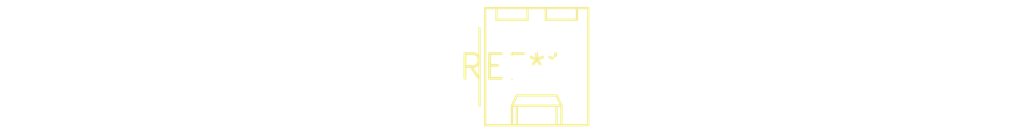
<source format=kicad_pcb>
(kicad_pcb (version 20240108) (generator pcbnew)
  (layers (0 "F.Cu" signal) (31 "B.Cu" signal) (34 "B.Paste" user) (35 "F.Paste" user) (36 "B.SilkS" user "B.Silkscreen") (37 "F.SilkS" user "F.Silkscreen") (38 "B.Mask" user) (39 "F.Mask" user) (44 "Edge.Cuts" user))
  (net 0 "")
  (footprint "Molex_KK-254_AE-6410-02A_1x02_P2.54mm_Vertical" (layer "F.Cu") (at 0 0)
    (property "Reference" "REF**")
    (property "Value" "Molex_KK-254_AE-6410-02A_1x02_P2.54mm_Vertical")
    (fp_line (start -1.67 -2) (end -1.67 2) (layer "F.SilkS") (stroke (width 0.12)))
    (fp_line (start -1.38 -3.03) (end -1.38 2.99) (layer "F.SilkS") (stroke (width 0.12)))
    (fp_line (start -1.38 2.99) (end 3.92 2.99) (layer "F.SilkS") (stroke (width 0.12)))
    (fp_line (start -0.8 -3.03) (end -0.8 -2.43) (layer "F.SilkS") (stroke (width 0.12)))
    (fp_line (start -0.8 -2.43) (end 0.8 -2.43) (layer "F.SilkS") (stroke (width 0.12)))
    (fp_line (start 0 1.99) (end 0.25 1.46) (layer "F.SilkS") (stroke (width 0.12)))
    (fp_line (start 0 1.99) (end 2.54 1.99) (layer "F.SilkS") (stroke (width 0.12)))
    (fp_line (start 0 2.99) (end 0 1.99) (layer "F.SilkS") (stroke (width 0.12)))
    (fp_line (start 0.25 1.46) (end 2.29 1.46) (layer "F.SilkS") (stroke (width 0.12)))
    (fp_line (start 0.25 2.99) (end 0.25 1.99) (layer "F.SilkS") (stroke (width 0.12)))
    (fp_line (start 0.8 -2.43) (end 0.8 -3.03) (layer "F.SilkS") (stroke (width 0.12)))
    (fp_line (start 1.74 -3.03) (end 1.74 -2.43) (layer "F.SilkS") (stroke (width 0.12)))
    (fp_line (start 1.74 -2.43) (end 3.34 -2.43) (layer "F.SilkS") (stroke (width 0.12)))
    (fp_line (start 2.29 1.46) (end 2.54 1.99) (layer "F.SilkS") (stroke (width 0.12)))
    (fp_line (start 2.29 2.99) (end 2.29 1.99) (layer "F.SilkS") (stroke (width 0.12)))
    (fp_line (start 2.54 1.99) (end 2.54 2.99) (layer "F.SilkS") (stroke (width 0.12)))
    (fp_line (start 3.34 -2.43) (end 3.34 -3.03) (layer "F.SilkS") (stroke (width 0.12)))
    (fp_line (start 3.92 -3.03) (end -1.38 -3.03) (layer "F.SilkS") (stroke (width 0.12)))
    (fp_line (start 3.92 2.99) (end 3.92 -3.03) (layer "F.SilkS") (stroke (width 0.12)))
    (pad "1" thru_hole roundrect (at 0 0) (size 1.74 2.19) (drill 1.19) (layers *.Cu *.Mask) (remove_unused_layers) (roundrect_rratio 0.143678))
    (pad "2" thru_hole oval (at 2.54 0) (size 1.74 2.19) (drill 1.19) (layers *.Cu *.Mask) (remove_unused_layers))
  )
)
</source>
